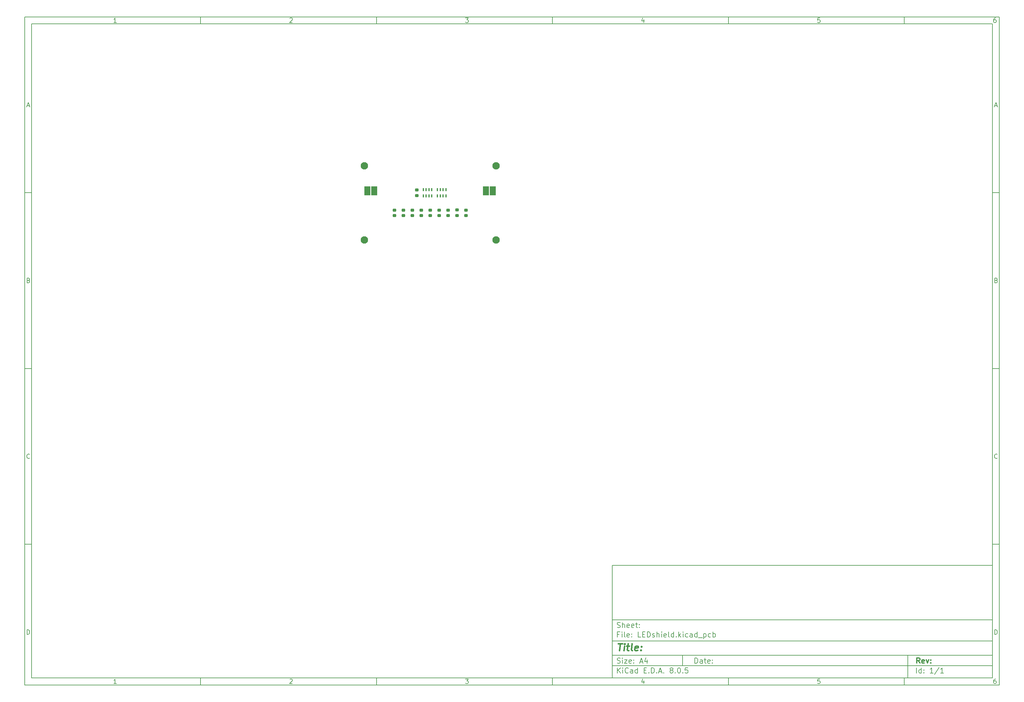
<source format=gbr>
%TF.GenerationSoftware,KiCad,Pcbnew,8.0.5*%
%TF.CreationDate,2024-11-03T22:21:08+08:00*%
%TF.ProjectId,LEDshield,4c454473-6869-4656-9c64-2e6b69636164,rev?*%
%TF.SameCoordinates,Original*%
%TF.FileFunction,Soldermask,Top*%
%TF.FilePolarity,Negative*%
%FSLAX46Y46*%
G04 Gerber Fmt 4.6, Leading zero omitted, Abs format (unit mm)*
G04 Created by KiCad (PCBNEW 8.0.5) date 2024-11-03 22:21:08*
%MOMM*%
%LPD*%
G01*
G04 APERTURE LIST*
G04 Aperture macros list*
%AMRoundRect*
0 Rectangle with rounded corners*
0 $1 Rounding radius*
0 $2 $3 $4 $5 $6 $7 $8 $9 X,Y pos of 4 corners*
0 Add a 4 corners polygon primitive as box body*
4,1,4,$2,$3,$4,$5,$6,$7,$8,$9,$2,$3,0*
0 Add four circle primitives for the rounded corners*
1,1,$1+$1,$2,$3*
1,1,$1+$1,$4,$5*
1,1,$1+$1,$6,$7*
1,1,$1+$1,$8,$9*
0 Add four rect primitives between the rounded corners*
20,1,$1+$1,$2,$3,$4,$5,0*
20,1,$1+$1,$4,$5,$6,$7,0*
20,1,$1+$1,$6,$7,$8,$9,0*
20,1,$1+$1,$8,$9,$2,$3,0*%
G04 Aperture macros list end*
%ADD10C,0.100000*%
%ADD11C,0.150000*%
%ADD12C,0.300000*%
%ADD13C,0.400000*%
%ADD14RoundRect,0.218750X0.256250X-0.218750X0.256250X0.218750X-0.256250X0.218750X-0.256250X-0.218750X0*%
%ADD15R,0.400000X0.900000*%
%ADD16C,2.100000*%
%ADD17R,1.700000X2.600000*%
%ADD18RoundRect,0.218750X-0.256250X0.218750X-0.256250X-0.218750X0.256250X-0.218750X0.256250X0.218750X0*%
G04 APERTURE END LIST*
D10*
D11*
X177002200Y-166007200D02*
X285002200Y-166007200D01*
X285002200Y-198007200D01*
X177002200Y-198007200D01*
X177002200Y-166007200D01*
D10*
D11*
X10000000Y-10000000D02*
X287002200Y-10000000D01*
X287002200Y-200007200D01*
X10000000Y-200007200D01*
X10000000Y-10000000D01*
D10*
D11*
X12000000Y-12000000D02*
X285002200Y-12000000D01*
X285002200Y-198007200D01*
X12000000Y-198007200D01*
X12000000Y-12000000D01*
D10*
D11*
X60000000Y-12000000D02*
X60000000Y-10000000D01*
D10*
D11*
X110000000Y-12000000D02*
X110000000Y-10000000D01*
D10*
D11*
X160000000Y-12000000D02*
X160000000Y-10000000D01*
D10*
D11*
X210000000Y-12000000D02*
X210000000Y-10000000D01*
D10*
D11*
X260000000Y-12000000D02*
X260000000Y-10000000D01*
D10*
D11*
X36089160Y-11593604D02*
X35346303Y-11593604D01*
X35717731Y-11593604D02*
X35717731Y-10293604D01*
X35717731Y-10293604D02*
X35593922Y-10479319D01*
X35593922Y-10479319D02*
X35470112Y-10603128D01*
X35470112Y-10603128D02*
X35346303Y-10665033D01*
D10*
D11*
X85346303Y-10417414D02*
X85408207Y-10355509D01*
X85408207Y-10355509D02*
X85532017Y-10293604D01*
X85532017Y-10293604D02*
X85841541Y-10293604D01*
X85841541Y-10293604D02*
X85965350Y-10355509D01*
X85965350Y-10355509D02*
X86027255Y-10417414D01*
X86027255Y-10417414D02*
X86089160Y-10541223D01*
X86089160Y-10541223D02*
X86089160Y-10665033D01*
X86089160Y-10665033D02*
X86027255Y-10850747D01*
X86027255Y-10850747D02*
X85284398Y-11593604D01*
X85284398Y-11593604D02*
X86089160Y-11593604D01*
D10*
D11*
X135284398Y-10293604D02*
X136089160Y-10293604D01*
X136089160Y-10293604D02*
X135655826Y-10788842D01*
X135655826Y-10788842D02*
X135841541Y-10788842D01*
X135841541Y-10788842D02*
X135965350Y-10850747D01*
X135965350Y-10850747D02*
X136027255Y-10912652D01*
X136027255Y-10912652D02*
X136089160Y-11036461D01*
X136089160Y-11036461D02*
X136089160Y-11345985D01*
X136089160Y-11345985D02*
X136027255Y-11469795D01*
X136027255Y-11469795D02*
X135965350Y-11531700D01*
X135965350Y-11531700D02*
X135841541Y-11593604D01*
X135841541Y-11593604D02*
X135470112Y-11593604D01*
X135470112Y-11593604D02*
X135346303Y-11531700D01*
X135346303Y-11531700D02*
X135284398Y-11469795D01*
D10*
D11*
X185965350Y-10726938D02*
X185965350Y-11593604D01*
X185655826Y-10231700D02*
X185346303Y-11160271D01*
X185346303Y-11160271D02*
X186151064Y-11160271D01*
D10*
D11*
X236027255Y-10293604D02*
X235408207Y-10293604D01*
X235408207Y-10293604D02*
X235346303Y-10912652D01*
X235346303Y-10912652D02*
X235408207Y-10850747D01*
X235408207Y-10850747D02*
X235532017Y-10788842D01*
X235532017Y-10788842D02*
X235841541Y-10788842D01*
X235841541Y-10788842D02*
X235965350Y-10850747D01*
X235965350Y-10850747D02*
X236027255Y-10912652D01*
X236027255Y-10912652D02*
X236089160Y-11036461D01*
X236089160Y-11036461D02*
X236089160Y-11345985D01*
X236089160Y-11345985D02*
X236027255Y-11469795D01*
X236027255Y-11469795D02*
X235965350Y-11531700D01*
X235965350Y-11531700D02*
X235841541Y-11593604D01*
X235841541Y-11593604D02*
X235532017Y-11593604D01*
X235532017Y-11593604D02*
X235408207Y-11531700D01*
X235408207Y-11531700D02*
X235346303Y-11469795D01*
D10*
D11*
X285965350Y-10293604D02*
X285717731Y-10293604D01*
X285717731Y-10293604D02*
X285593922Y-10355509D01*
X285593922Y-10355509D02*
X285532017Y-10417414D01*
X285532017Y-10417414D02*
X285408207Y-10603128D01*
X285408207Y-10603128D02*
X285346303Y-10850747D01*
X285346303Y-10850747D02*
X285346303Y-11345985D01*
X285346303Y-11345985D02*
X285408207Y-11469795D01*
X285408207Y-11469795D02*
X285470112Y-11531700D01*
X285470112Y-11531700D02*
X285593922Y-11593604D01*
X285593922Y-11593604D02*
X285841541Y-11593604D01*
X285841541Y-11593604D02*
X285965350Y-11531700D01*
X285965350Y-11531700D02*
X286027255Y-11469795D01*
X286027255Y-11469795D02*
X286089160Y-11345985D01*
X286089160Y-11345985D02*
X286089160Y-11036461D01*
X286089160Y-11036461D02*
X286027255Y-10912652D01*
X286027255Y-10912652D02*
X285965350Y-10850747D01*
X285965350Y-10850747D02*
X285841541Y-10788842D01*
X285841541Y-10788842D02*
X285593922Y-10788842D01*
X285593922Y-10788842D02*
X285470112Y-10850747D01*
X285470112Y-10850747D02*
X285408207Y-10912652D01*
X285408207Y-10912652D02*
X285346303Y-11036461D01*
D10*
D11*
X60000000Y-198007200D02*
X60000000Y-200007200D01*
D10*
D11*
X110000000Y-198007200D02*
X110000000Y-200007200D01*
D10*
D11*
X160000000Y-198007200D02*
X160000000Y-200007200D01*
D10*
D11*
X210000000Y-198007200D02*
X210000000Y-200007200D01*
D10*
D11*
X260000000Y-198007200D02*
X260000000Y-200007200D01*
D10*
D11*
X36089160Y-199600804D02*
X35346303Y-199600804D01*
X35717731Y-199600804D02*
X35717731Y-198300804D01*
X35717731Y-198300804D02*
X35593922Y-198486519D01*
X35593922Y-198486519D02*
X35470112Y-198610328D01*
X35470112Y-198610328D02*
X35346303Y-198672233D01*
D10*
D11*
X85346303Y-198424614D02*
X85408207Y-198362709D01*
X85408207Y-198362709D02*
X85532017Y-198300804D01*
X85532017Y-198300804D02*
X85841541Y-198300804D01*
X85841541Y-198300804D02*
X85965350Y-198362709D01*
X85965350Y-198362709D02*
X86027255Y-198424614D01*
X86027255Y-198424614D02*
X86089160Y-198548423D01*
X86089160Y-198548423D02*
X86089160Y-198672233D01*
X86089160Y-198672233D02*
X86027255Y-198857947D01*
X86027255Y-198857947D02*
X85284398Y-199600804D01*
X85284398Y-199600804D02*
X86089160Y-199600804D01*
D10*
D11*
X135284398Y-198300804D02*
X136089160Y-198300804D01*
X136089160Y-198300804D02*
X135655826Y-198796042D01*
X135655826Y-198796042D02*
X135841541Y-198796042D01*
X135841541Y-198796042D02*
X135965350Y-198857947D01*
X135965350Y-198857947D02*
X136027255Y-198919852D01*
X136027255Y-198919852D02*
X136089160Y-199043661D01*
X136089160Y-199043661D02*
X136089160Y-199353185D01*
X136089160Y-199353185D02*
X136027255Y-199476995D01*
X136027255Y-199476995D02*
X135965350Y-199538900D01*
X135965350Y-199538900D02*
X135841541Y-199600804D01*
X135841541Y-199600804D02*
X135470112Y-199600804D01*
X135470112Y-199600804D02*
X135346303Y-199538900D01*
X135346303Y-199538900D02*
X135284398Y-199476995D01*
D10*
D11*
X185965350Y-198734138D02*
X185965350Y-199600804D01*
X185655826Y-198238900D02*
X185346303Y-199167471D01*
X185346303Y-199167471D02*
X186151064Y-199167471D01*
D10*
D11*
X236027255Y-198300804D02*
X235408207Y-198300804D01*
X235408207Y-198300804D02*
X235346303Y-198919852D01*
X235346303Y-198919852D02*
X235408207Y-198857947D01*
X235408207Y-198857947D02*
X235532017Y-198796042D01*
X235532017Y-198796042D02*
X235841541Y-198796042D01*
X235841541Y-198796042D02*
X235965350Y-198857947D01*
X235965350Y-198857947D02*
X236027255Y-198919852D01*
X236027255Y-198919852D02*
X236089160Y-199043661D01*
X236089160Y-199043661D02*
X236089160Y-199353185D01*
X236089160Y-199353185D02*
X236027255Y-199476995D01*
X236027255Y-199476995D02*
X235965350Y-199538900D01*
X235965350Y-199538900D02*
X235841541Y-199600804D01*
X235841541Y-199600804D02*
X235532017Y-199600804D01*
X235532017Y-199600804D02*
X235408207Y-199538900D01*
X235408207Y-199538900D02*
X235346303Y-199476995D01*
D10*
D11*
X285965350Y-198300804D02*
X285717731Y-198300804D01*
X285717731Y-198300804D02*
X285593922Y-198362709D01*
X285593922Y-198362709D02*
X285532017Y-198424614D01*
X285532017Y-198424614D02*
X285408207Y-198610328D01*
X285408207Y-198610328D02*
X285346303Y-198857947D01*
X285346303Y-198857947D02*
X285346303Y-199353185D01*
X285346303Y-199353185D02*
X285408207Y-199476995D01*
X285408207Y-199476995D02*
X285470112Y-199538900D01*
X285470112Y-199538900D02*
X285593922Y-199600804D01*
X285593922Y-199600804D02*
X285841541Y-199600804D01*
X285841541Y-199600804D02*
X285965350Y-199538900D01*
X285965350Y-199538900D02*
X286027255Y-199476995D01*
X286027255Y-199476995D02*
X286089160Y-199353185D01*
X286089160Y-199353185D02*
X286089160Y-199043661D01*
X286089160Y-199043661D02*
X286027255Y-198919852D01*
X286027255Y-198919852D02*
X285965350Y-198857947D01*
X285965350Y-198857947D02*
X285841541Y-198796042D01*
X285841541Y-198796042D02*
X285593922Y-198796042D01*
X285593922Y-198796042D02*
X285470112Y-198857947D01*
X285470112Y-198857947D02*
X285408207Y-198919852D01*
X285408207Y-198919852D02*
X285346303Y-199043661D01*
D10*
D11*
X10000000Y-60000000D02*
X12000000Y-60000000D01*
D10*
D11*
X10000000Y-110000000D02*
X12000000Y-110000000D01*
D10*
D11*
X10000000Y-160000000D02*
X12000000Y-160000000D01*
D10*
D11*
X10690476Y-35222176D02*
X11309523Y-35222176D01*
X10566666Y-35593604D02*
X10999999Y-34293604D01*
X10999999Y-34293604D02*
X11433333Y-35593604D01*
D10*
D11*
X11092857Y-84912652D02*
X11278571Y-84974557D01*
X11278571Y-84974557D02*
X11340476Y-85036461D01*
X11340476Y-85036461D02*
X11402380Y-85160271D01*
X11402380Y-85160271D02*
X11402380Y-85345985D01*
X11402380Y-85345985D02*
X11340476Y-85469795D01*
X11340476Y-85469795D02*
X11278571Y-85531700D01*
X11278571Y-85531700D02*
X11154761Y-85593604D01*
X11154761Y-85593604D02*
X10659523Y-85593604D01*
X10659523Y-85593604D02*
X10659523Y-84293604D01*
X10659523Y-84293604D02*
X11092857Y-84293604D01*
X11092857Y-84293604D02*
X11216666Y-84355509D01*
X11216666Y-84355509D02*
X11278571Y-84417414D01*
X11278571Y-84417414D02*
X11340476Y-84541223D01*
X11340476Y-84541223D02*
X11340476Y-84665033D01*
X11340476Y-84665033D02*
X11278571Y-84788842D01*
X11278571Y-84788842D02*
X11216666Y-84850747D01*
X11216666Y-84850747D02*
X11092857Y-84912652D01*
X11092857Y-84912652D02*
X10659523Y-84912652D01*
D10*
D11*
X11402380Y-135469795D02*
X11340476Y-135531700D01*
X11340476Y-135531700D02*
X11154761Y-135593604D01*
X11154761Y-135593604D02*
X11030952Y-135593604D01*
X11030952Y-135593604D02*
X10845238Y-135531700D01*
X10845238Y-135531700D02*
X10721428Y-135407890D01*
X10721428Y-135407890D02*
X10659523Y-135284080D01*
X10659523Y-135284080D02*
X10597619Y-135036461D01*
X10597619Y-135036461D02*
X10597619Y-134850747D01*
X10597619Y-134850747D02*
X10659523Y-134603128D01*
X10659523Y-134603128D02*
X10721428Y-134479319D01*
X10721428Y-134479319D02*
X10845238Y-134355509D01*
X10845238Y-134355509D02*
X11030952Y-134293604D01*
X11030952Y-134293604D02*
X11154761Y-134293604D01*
X11154761Y-134293604D02*
X11340476Y-134355509D01*
X11340476Y-134355509D02*
X11402380Y-134417414D01*
D10*
D11*
X10659523Y-185593604D02*
X10659523Y-184293604D01*
X10659523Y-184293604D02*
X10969047Y-184293604D01*
X10969047Y-184293604D02*
X11154761Y-184355509D01*
X11154761Y-184355509D02*
X11278571Y-184479319D01*
X11278571Y-184479319D02*
X11340476Y-184603128D01*
X11340476Y-184603128D02*
X11402380Y-184850747D01*
X11402380Y-184850747D02*
X11402380Y-185036461D01*
X11402380Y-185036461D02*
X11340476Y-185284080D01*
X11340476Y-185284080D02*
X11278571Y-185407890D01*
X11278571Y-185407890D02*
X11154761Y-185531700D01*
X11154761Y-185531700D02*
X10969047Y-185593604D01*
X10969047Y-185593604D02*
X10659523Y-185593604D01*
D10*
D11*
X287002200Y-60000000D02*
X285002200Y-60000000D01*
D10*
D11*
X287002200Y-110000000D02*
X285002200Y-110000000D01*
D10*
D11*
X287002200Y-160000000D02*
X285002200Y-160000000D01*
D10*
D11*
X285692676Y-35222176D02*
X286311723Y-35222176D01*
X285568866Y-35593604D02*
X286002199Y-34293604D01*
X286002199Y-34293604D02*
X286435533Y-35593604D01*
D10*
D11*
X286095057Y-84912652D02*
X286280771Y-84974557D01*
X286280771Y-84974557D02*
X286342676Y-85036461D01*
X286342676Y-85036461D02*
X286404580Y-85160271D01*
X286404580Y-85160271D02*
X286404580Y-85345985D01*
X286404580Y-85345985D02*
X286342676Y-85469795D01*
X286342676Y-85469795D02*
X286280771Y-85531700D01*
X286280771Y-85531700D02*
X286156961Y-85593604D01*
X286156961Y-85593604D02*
X285661723Y-85593604D01*
X285661723Y-85593604D02*
X285661723Y-84293604D01*
X285661723Y-84293604D02*
X286095057Y-84293604D01*
X286095057Y-84293604D02*
X286218866Y-84355509D01*
X286218866Y-84355509D02*
X286280771Y-84417414D01*
X286280771Y-84417414D02*
X286342676Y-84541223D01*
X286342676Y-84541223D02*
X286342676Y-84665033D01*
X286342676Y-84665033D02*
X286280771Y-84788842D01*
X286280771Y-84788842D02*
X286218866Y-84850747D01*
X286218866Y-84850747D02*
X286095057Y-84912652D01*
X286095057Y-84912652D02*
X285661723Y-84912652D01*
D10*
D11*
X286404580Y-135469795D02*
X286342676Y-135531700D01*
X286342676Y-135531700D02*
X286156961Y-135593604D01*
X286156961Y-135593604D02*
X286033152Y-135593604D01*
X286033152Y-135593604D02*
X285847438Y-135531700D01*
X285847438Y-135531700D02*
X285723628Y-135407890D01*
X285723628Y-135407890D02*
X285661723Y-135284080D01*
X285661723Y-135284080D02*
X285599819Y-135036461D01*
X285599819Y-135036461D02*
X285599819Y-134850747D01*
X285599819Y-134850747D02*
X285661723Y-134603128D01*
X285661723Y-134603128D02*
X285723628Y-134479319D01*
X285723628Y-134479319D02*
X285847438Y-134355509D01*
X285847438Y-134355509D02*
X286033152Y-134293604D01*
X286033152Y-134293604D02*
X286156961Y-134293604D01*
X286156961Y-134293604D02*
X286342676Y-134355509D01*
X286342676Y-134355509D02*
X286404580Y-134417414D01*
D10*
D11*
X285661723Y-185593604D02*
X285661723Y-184293604D01*
X285661723Y-184293604D02*
X285971247Y-184293604D01*
X285971247Y-184293604D02*
X286156961Y-184355509D01*
X286156961Y-184355509D02*
X286280771Y-184479319D01*
X286280771Y-184479319D02*
X286342676Y-184603128D01*
X286342676Y-184603128D02*
X286404580Y-184850747D01*
X286404580Y-184850747D02*
X286404580Y-185036461D01*
X286404580Y-185036461D02*
X286342676Y-185284080D01*
X286342676Y-185284080D02*
X286280771Y-185407890D01*
X286280771Y-185407890D02*
X286156961Y-185531700D01*
X286156961Y-185531700D02*
X285971247Y-185593604D01*
X285971247Y-185593604D02*
X285661723Y-185593604D01*
D10*
D11*
X200458026Y-193793328D02*
X200458026Y-192293328D01*
X200458026Y-192293328D02*
X200815169Y-192293328D01*
X200815169Y-192293328D02*
X201029455Y-192364757D01*
X201029455Y-192364757D02*
X201172312Y-192507614D01*
X201172312Y-192507614D02*
X201243741Y-192650471D01*
X201243741Y-192650471D02*
X201315169Y-192936185D01*
X201315169Y-192936185D02*
X201315169Y-193150471D01*
X201315169Y-193150471D02*
X201243741Y-193436185D01*
X201243741Y-193436185D02*
X201172312Y-193579042D01*
X201172312Y-193579042D02*
X201029455Y-193721900D01*
X201029455Y-193721900D02*
X200815169Y-193793328D01*
X200815169Y-193793328D02*
X200458026Y-193793328D01*
X202600884Y-193793328D02*
X202600884Y-193007614D01*
X202600884Y-193007614D02*
X202529455Y-192864757D01*
X202529455Y-192864757D02*
X202386598Y-192793328D01*
X202386598Y-192793328D02*
X202100884Y-192793328D01*
X202100884Y-192793328D02*
X201958026Y-192864757D01*
X202600884Y-193721900D02*
X202458026Y-193793328D01*
X202458026Y-193793328D02*
X202100884Y-193793328D01*
X202100884Y-193793328D02*
X201958026Y-193721900D01*
X201958026Y-193721900D02*
X201886598Y-193579042D01*
X201886598Y-193579042D02*
X201886598Y-193436185D01*
X201886598Y-193436185D02*
X201958026Y-193293328D01*
X201958026Y-193293328D02*
X202100884Y-193221900D01*
X202100884Y-193221900D02*
X202458026Y-193221900D01*
X202458026Y-193221900D02*
X202600884Y-193150471D01*
X203100884Y-192793328D02*
X203672312Y-192793328D01*
X203315169Y-192293328D02*
X203315169Y-193579042D01*
X203315169Y-193579042D02*
X203386598Y-193721900D01*
X203386598Y-193721900D02*
X203529455Y-193793328D01*
X203529455Y-193793328D02*
X203672312Y-193793328D01*
X204743741Y-193721900D02*
X204600884Y-193793328D01*
X204600884Y-193793328D02*
X204315170Y-193793328D01*
X204315170Y-193793328D02*
X204172312Y-193721900D01*
X204172312Y-193721900D02*
X204100884Y-193579042D01*
X204100884Y-193579042D02*
X204100884Y-193007614D01*
X204100884Y-193007614D02*
X204172312Y-192864757D01*
X204172312Y-192864757D02*
X204315170Y-192793328D01*
X204315170Y-192793328D02*
X204600884Y-192793328D01*
X204600884Y-192793328D02*
X204743741Y-192864757D01*
X204743741Y-192864757D02*
X204815170Y-193007614D01*
X204815170Y-193007614D02*
X204815170Y-193150471D01*
X204815170Y-193150471D02*
X204100884Y-193293328D01*
X205458026Y-193650471D02*
X205529455Y-193721900D01*
X205529455Y-193721900D02*
X205458026Y-193793328D01*
X205458026Y-193793328D02*
X205386598Y-193721900D01*
X205386598Y-193721900D02*
X205458026Y-193650471D01*
X205458026Y-193650471D02*
X205458026Y-193793328D01*
X205458026Y-192864757D02*
X205529455Y-192936185D01*
X205529455Y-192936185D02*
X205458026Y-193007614D01*
X205458026Y-193007614D02*
X205386598Y-192936185D01*
X205386598Y-192936185D02*
X205458026Y-192864757D01*
X205458026Y-192864757D02*
X205458026Y-193007614D01*
D10*
D11*
X177002200Y-194507200D02*
X285002200Y-194507200D01*
D10*
D11*
X178458026Y-196593328D02*
X178458026Y-195093328D01*
X179315169Y-196593328D02*
X178672312Y-195736185D01*
X179315169Y-195093328D02*
X178458026Y-195950471D01*
X179958026Y-196593328D02*
X179958026Y-195593328D01*
X179958026Y-195093328D02*
X179886598Y-195164757D01*
X179886598Y-195164757D02*
X179958026Y-195236185D01*
X179958026Y-195236185D02*
X180029455Y-195164757D01*
X180029455Y-195164757D02*
X179958026Y-195093328D01*
X179958026Y-195093328D02*
X179958026Y-195236185D01*
X181529455Y-196450471D02*
X181458027Y-196521900D01*
X181458027Y-196521900D02*
X181243741Y-196593328D01*
X181243741Y-196593328D02*
X181100884Y-196593328D01*
X181100884Y-196593328D02*
X180886598Y-196521900D01*
X180886598Y-196521900D02*
X180743741Y-196379042D01*
X180743741Y-196379042D02*
X180672312Y-196236185D01*
X180672312Y-196236185D02*
X180600884Y-195950471D01*
X180600884Y-195950471D02*
X180600884Y-195736185D01*
X180600884Y-195736185D02*
X180672312Y-195450471D01*
X180672312Y-195450471D02*
X180743741Y-195307614D01*
X180743741Y-195307614D02*
X180886598Y-195164757D01*
X180886598Y-195164757D02*
X181100884Y-195093328D01*
X181100884Y-195093328D02*
X181243741Y-195093328D01*
X181243741Y-195093328D02*
X181458027Y-195164757D01*
X181458027Y-195164757D02*
X181529455Y-195236185D01*
X182815170Y-196593328D02*
X182815170Y-195807614D01*
X182815170Y-195807614D02*
X182743741Y-195664757D01*
X182743741Y-195664757D02*
X182600884Y-195593328D01*
X182600884Y-195593328D02*
X182315170Y-195593328D01*
X182315170Y-195593328D02*
X182172312Y-195664757D01*
X182815170Y-196521900D02*
X182672312Y-196593328D01*
X182672312Y-196593328D02*
X182315170Y-196593328D01*
X182315170Y-196593328D02*
X182172312Y-196521900D01*
X182172312Y-196521900D02*
X182100884Y-196379042D01*
X182100884Y-196379042D02*
X182100884Y-196236185D01*
X182100884Y-196236185D02*
X182172312Y-196093328D01*
X182172312Y-196093328D02*
X182315170Y-196021900D01*
X182315170Y-196021900D02*
X182672312Y-196021900D01*
X182672312Y-196021900D02*
X182815170Y-195950471D01*
X184172313Y-196593328D02*
X184172313Y-195093328D01*
X184172313Y-196521900D02*
X184029455Y-196593328D01*
X184029455Y-196593328D02*
X183743741Y-196593328D01*
X183743741Y-196593328D02*
X183600884Y-196521900D01*
X183600884Y-196521900D02*
X183529455Y-196450471D01*
X183529455Y-196450471D02*
X183458027Y-196307614D01*
X183458027Y-196307614D02*
X183458027Y-195879042D01*
X183458027Y-195879042D02*
X183529455Y-195736185D01*
X183529455Y-195736185D02*
X183600884Y-195664757D01*
X183600884Y-195664757D02*
X183743741Y-195593328D01*
X183743741Y-195593328D02*
X184029455Y-195593328D01*
X184029455Y-195593328D02*
X184172313Y-195664757D01*
X186029455Y-195807614D02*
X186529455Y-195807614D01*
X186743741Y-196593328D02*
X186029455Y-196593328D01*
X186029455Y-196593328D02*
X186029455Y-195093328D01*
X186029455Y-195093328D02*
X186743741Y-195093328D01*
X187386598Y-196450471D02*
X187458027Y-196521900D01*
X187458027Y-196521900D02*
X187386598Y-196593328D01*
X187386598Y-196593328D02*
X187315170Y-196521900D01*
X187315170Y-196521900D02*
X187386598Y-196450471D01*
X187386598Y-196450471D02*
X187386598Y-196593328D01*
X188100884Y-196593328D02*
X188100884Y-195093328D01*
X188100884Y-195093328D02*
X188458027Y-195093328D01*
X188458027Y-195093328D02*
X188672313Y-195164757D01*
X188672313Y-195164757D02*
X188815170Y-195307614D01*
X188815170Y-195307614D02*
X188886599Y-195450471D01*
X188886599Y-195450471D02*
X188958027Y-195736185D01*
X188958027Y-195736185D02*
X188958027Y-195950471D01*
X188958027Y-195950471D02*
X188886599Y-196236185D01*
X188886599Y-196236185D02*
X188815170Y-196379042D01*
X188815170Y-196379042D02*
X188672313Y-196521900D01*
X188672313Y-196521900D02*
X188458027Y-196593328D01*
X188458027Y-196593328D02*
X188100884Y-196593328D01*
X189600884Y-196450471D02*
X189672313Y-196521900D01*
X189672313Y-196521900D02*
X189600884Y-196593328D01*
X189600884Y-196593328D02*
X189529456Y-196521900D01*
X189529456Y-196521900D02*
X189600884Y-196450471D01*
X189600884Y-196450471D02*
X189600884Y-196593328D01*
X190243742Y-196164757D02*
X190958028Y-196164757D01*
X190100885Y-196593328D02*
X190600885Y-195093328D01*
X190600885Y-195093328D02*
X191100885Y-196593328D01*
X191600884Y-196450471D02*
X191672313Y-196521900D01*
X191672313Y-196521900D02*
X191600884Y-196593328D01*
X191600884Y-196593328D02*
X191529456Y-196521900D01*
X191529456Y-196521900D02*
X191600884Y-196450471D01*
X191600884Y-196450471D02*
X191600884Y-196593328D01*
X193672313Y-195736185D02*
X193529456Y-195664757D01*
X193529456Y-195664757D02*
X193458027Y-195593328D01*
X193458027Y-195593328D02*
X193386599Y-195450471D01*
X193386599Y-195450471D02*
X193386599Y-195379042D01*
X193386599Y-195379042D02*
X193458027Y-195236185D01*
X193458027Y-195236185D02*
X193529456Y-195164757D01*
X193529456Y-195164757D02*
X193672313Y-195093328D01*
X193672313Y-195093328D02*
X193958027Y-195093328D01*
X193958027Y-195093328D02*
X194100885Y-195164757D01*
X194100885Y-195164757D02*
X194172313Y-195236185D01*
X194172313Y-195236185D02*
X194243742Y-195379042D01*
X194243742Y-195379042D02*
X194243742Y-195450471D01*
X194243742Y-195450471D02*
X194172313Y-195593328D01*
X194172313Y-195593328D02*
X194100885Y-195664757D01*
X194100885Y-195664757D02*
X193958027Y-195736185D01*
X193958027Y-195736185D02*
X193672313Y-195736185D01*
X193672313Y-195736185D02*
X193529456Y-195807614D01*
X193529456Y-195807614D02*
X193458027Y-195879042D01*
X193458027Y-195879042D02*
X193386599Y-196021900D01*
X193386599Y-196021900D02*
X193386599Y-196307614D01*
X193386599Y-196307614D02*
X193458027Y-196450471D01*
X193458027Y-196450471D02*
X193529456Y-196521900D01*
X193529456Y-196521900D02*
X193672313Y-196593328D01*
X193672313Y-196593328D02*
X193958027Y-196593328D01*
X193958027Y-196593328D02*
X194100885Y-196521900D01*
X194100885Y-196521900D02*
X194172313Y-196450471D01*
X194172313Y-196450471D02*
X194243742Y-196307614D01*
X194243742Y-196307614D02*
X194243742Y-196021900D01*
X194243742Y-196021900D02*
X194172313Y-195879042D01*
X194172313Y-195879042D02*
X194100885Y-195807614D01*
X194100885Y-195807614D02*
X193958027Y-195736185D01*
X194886598Y-196450471D02*
X194958027Y-196521900D01*
X194958027Y-196521900D02*
X194886598Y-196593328D01*
X194886598Y-196593328D02*
X194815170Y-196521900D01*
X194815170Y-196521900D02*
X194886598Y-196450471D01*
X194886598Y-196450471D02*
X194886598Y-196593328D01*
X195886599Y-195093328D02*
X196029456Y-195093328D01*
X196029456Y-195093328D02*
X196172313Y-195164757D01*
X196172313Y-195164757D02*
X196243742Y-195236185D01*
X196243742Y-195236185D02*
X196315170Y-195379042D01*
X196315170Y-195379042D02*
X196386599Y-195664757D01*
X196386599Y-195664757D02*
X196386599Y-196021900D01*
X196386599Y-196021900D02*
X196315170Y-196307614D01*
X196315170Y-196307614D02*
X196243742Y-196450471D01*
X196243742Y-196450471D02*
X196172313Y-196521900D01*
X196172313Y-196521900D02*
X196029456Y-196593328D01*
X196029456Y-196593328D02*
X195886599Y-196593328D01*
X195886599Y-196593328D02*
X195743742Y-196521900D01*
X195743742Y-196521900D02*
X195672313Y-196450471D01*
X195672313Y-196450471D02*
X195600884Y-196307614D01*
X195600884Y-196307614D02*
X195529456Y-196021900D01*
X195529456Y-196021900D02*
X195529456Y-195664757D01*
X195529456Y-195664757D02*
X195600884Y-195379042D01*
X195600884Y-195379042D02*
X195672313Y-195236185D01*
X195672313Y-195236185D02*
X195743742Y-195164757D01*
X195743742Y-195164757D02*
X195886599Y-195093328D01*
X197029455Y-196450471D02*
X197100884Y-196521900D01*
X197100884Y-196521900D02*
X197029455Y-196593328D01*
X197029455Y-196593328D02*
X196958027Y-196521900D01*
X196958027Y-196521900D02*
X197029455Y-196450471D01*
X197029455Y-196450471D02*
X197029455Y-196593328D01*
X198458027Y-195093328D02*
X197743741Y-195093328D01*
X197743741Y-195093328D02*
X197672313Y-195807614D01*
X197672313Y-195807614D02*
X197743741Y-195736185D01*
X197743741Y-195736185D02*
X197886599Y-195664757D01*
X197886599Y-195664757D02*
X198243741Y-195664757D01*
X198243741Y-195664757D02*
X198386599Y-195736185D01*
X198386599Y-195736185D02*
X198458027Y-195807614D01*
X198458027Y-195807614D02*
X198529456Y-195950471D01*
X198529456Y-195950471D02*
X198529456Y-196307614D01*
X198529456Y-196307614D02*
X198458027Y-196450471D01*
X198458027Y-196450471D02*
X198386599Y-196521900D01*
X198386599Y-196521900D02*
X198243741Y-196593328D01*
X198243741Y-196593328D02*
X197886599Y-196593328D01*
X197886599Y-196593328D02*
X197743741Y-196521900D01*
X197743741Y-196521900D02*
X197672313Y-196450471D01*
D10*
D11*
X177002200Y-191507200D02*
X285002200Y-191507200D01*
D10*
D12*
X264413853Y-193785528D02*
X263913853Y-193071242D01*
X263556710Y-193785528D02*
X263556710Y-192285528D01*
X263556710Y-192285528D02*
X264128139Y-192285528D01*
X264128139Y-192285528D02*
X264270996Y-192356957D01*
X264270996Y-192356957D02*
X264342425Y-192428385D01*
X264342425Y-192428385D02*
X264413853Y-192571242D01*
X264413853Y-192571242D02*
X264413853Y-192785528D01*
X264413853Y-192785528D02*
X264342425Y-192928385D01*
X264342425Y-192928385D02*
X264270996Y-192999814D01*
X264270996Y-192999814D02*
X264128139Y-193071242D01*
X264128139Y-193071242D02*
X263556710Y-193071242D01*
X265628139Y-193714100D02*
X265485282Y-193785528D01*
X265485282Y-193785528D02*
X265199568Y-193785528D01*
X265199568Y-193785528D02*
X265056710Y-193714100D01*
X265056710Y-193714100D02*
X264985282Y-193571242D01*
X264985282Y-193571242D02*
X264985282Y-192999814D01*
X264985282Y-192999814D02*
X265056710Y-192856957D01*
X265056710Y-192856957D02*
X265199568Y-192785528D01*
X265199568Y-192785528D02*
X265485282Y-192785528D01*
X265485282Y-192785528D02*
X265628139Y-192856957D01*
X265628139Y-192856957D02*
X265699568Y-192999814D01*
X265699568Y-192999814D02*
X265699568Y-193142671D01*
X265699568Y-193142671D02*
X264985282Y-193285528D01*
X266199567Y-192785528D02*
X266556710Y-193785528D01*
X266556710Y-193785528D02*
X266913853Y-192785528D01*
X267485281Y-193642671D02*
X267556710Y-193714100D01*
X267556710Y-193714100D02*
X267485281Y-193785528D01*
X267485281Y-193785528D02*
X267413853Y-193714100D01*
X267413853Y-193714100D02*
X267485281Y-193642671D01*
X267485281Y-193642671D02*
X267485281Y-193785528D01*
X267485281Y-192856957D02*
X267556710Y-192928385D01*
X267556710Y-192928385D02*
X267485281Y-192999814D01*
X267485281Y-192999814D02*
X267413853Y-192928385D01*
X267413853Y-192928385D02*
X267485281Y-192856957D01*
X267485281Y-192856957D02*
X267485281Y-192999814D01*
D10*
D11*
X178386598Y-193721900D02*
X178600884Y-193793328D01*
X178600884Y-193793328D02*
X178958026Y-193793328D01*
X178958026Y-193793328D02*
X179100884Y-193721900D01*
X179100884Y-193721900D02*
X179172312Y-193650471D01*
X179172312Y-193650471D02*
X179243741Y-193507614D01*
X179243741Y-193507614D02*
X179243741Y-193364757D01*
X179243741Y-193364757D02*
X179172312Y-193221900D01*
X179172312Y-193221900D02*
X179100884Y-193150471D01*
X179100884Y-193150471D02*
X178958026Y-193079042D01*
X178958026Y-193079042D02*
X178672312Y-193007614D01*
X178672312Y-193007614D02*
X178529455Y-192936185D01*
X178529455Y-192936185D02*
X178458026Y-192864757D01*
X178458026Y-192864757D02*
X178386598Y-192721900D01*
X178386598Y-192721900D02*
X178386598Y-192579042D01*
X178386598Y-192579042D02*
X178458026Y-192436185D01*
X178458026Y-192436185D02*
X178529455Y-192364757D01*
X178529455Y-192364757D02*
X178672312Y-192293328D01*
X178672312Y-192293328D02*
X179029455Y-192293328D01*
X179029455Y-192293328D02*
X179243741Y-192364757D01*
X179886597Y-193793328D02*
X179886597Y-192793328D01*
X179886597Y-192293328D02*
X179815169Y-192364757D01*
X179815169Y-192364757D02*
X179886597Y-192436185D01*
X179886597Y-192436185D02*
X179958026Y-192364757D01*
X179958026Y-192364757D02*
X179886597Y-192293328D01*
X179886597Y-192293328D02*
X179886597Y-192436185D01*
X180458026Y-192793328D02*
X181243741Y-192793328D01*
X181243741Y-192793328D02*
X180458026Y-193793328D01*
X180458026Y-193793328D02*
X181243741Y-193793328D01*
X182386598Y-193721900D02*
X182243741Y-193793328D01*
X182243741Y-193793328D02*
X181958027Y-193793328D01*
X181958027Y-193793328D02*
X181815169Y-193721900D01*
X181815169Y-193721900D02*
X181743741Y-193579042D01*
X181743741Y-193579042D02*
X181743741Y-193007614D01*
X181743741Y-193007614D02*
X181815169Y-192864757D01*
X181815169Y-192864757D02*
X181958027Y-192793328D01*
X181958027Y-192793328D02*
X182243741Y-192793328D01*
X182243741Y-192793328D02*
X182386598Y-192864757D01*
X182386598Y-192864757D02*
X182458027Y-193007614D01*
X182458027Y-193007614D02*
X182458027Y-193150471D01*
X182458027Y-193150471D02*
X181743741Y-193293328D01*
X183100883Y-193650471D02*
X183172312Y-193721900D01*
X183172312Y-193721900D02*
X183100883Y-193793328D01*
X183100883Y-193793328D02*
X183029455Y-193721900D01*
X183029455Y-193721900D02*
X183100883Y-193650471D01*
X183100883Y-193650471D02*
X183100883Y-193793328D01*
X183100883Y-192864757D02*
X183172312Y-192936185D01*
X183172312Y-192936185D02*
X183100883Y-193007614D01*
X183100883Y-193007614D02*
X183029455Y-192936185D01*
X183029455Y-192936185D02*
X183100883Y-192864757D01*
X183100883Y-192864757D02*
X183100883Y-193007614D01*
X184886598Y-193364757D02*
X185600884Y-193364757D01*
X184743741Y-193793328D02*
X185243741Y-192293328D01*
X185243741Y-192293328D02*
X185743741Y-193793328D01*
X186886598Y-192793328D02*
X186886598Y-193793328D01*
X186529455Y-192221900D02*
X186172312Y-193293328D01*
X186172312Y-193293328D02*
X187100883Y-193293328D01*
D10*
D11*
X263458026Y-196593328D02*
X263458026Y-195093328D01*
X264815170Y-196593328D02*
X264815170Y-195093328D01*
X264815170Y-196521900D02*
X264672312Y-196593328D01*
X264672312Y-196593328D02*
X264386598Y-196593328D01*
X264386598Y-196593328D02*
X264243741Y-196521900D01*
X264243741Y-196521900D02*
X264172312Y-196450471D01*
X264172312Y-196450471D02*
X264100884Y-196307614D01*
X264100884Y-196307614D02*
X264100884Y-195879042D01*
X264100884Y-195879042D02*
X264172312Y-195736185D01*
X264172312Y-195736185D02*
X264243741Y-195664757D01*
X264243741Y-195664757D02*
X264386598Y-195593328D01*
X264386598Y-195593328D02*
X264672312Y-195593328D01*
X264672312Y-195593328D02*
X264815170Y-195664757D01*
X265529455Y-196450471D02*
X265600884Y-196521900D01*
X265600884Y-196521900D02*
X265529455Y-196593328D01*
X265529455Y-196593328D02*
X265458027Y-196521900D01*
X265458027Y-196521900D02*
X265529455Y-196450471D01*
X265529455Y-196450471D02*
X265529455Y-196593328D01*
X265529455Y-195664757D02*
X265600884Y-195736185D01*
X265600884Y-195736185D02*
X265529455Y-195807614D01*
X265529455Y-195807614D02*
X265458027Y-195736185D01*
X265458027Y-195736185D02*
X265529455Y-195664757D01*
X265529455Y-195664757D02*
X265529455Y-195807614D01*
X268172313Y-196593328D02*
X267315170Y-196593328D01*
X267743741Y-196593328D02*
X267743741Y-195093328D01*
X267743741Y-195093328D02*
X267600884Y-195307614D01*
X267600884Y-195307614D02*
X267458027Y-195450471D01*
X267458027Y-195450471D02*
X267315170Y-195521900D01*
X269886598Y-195021900D02*
X268600884Y-196950471D01*
X271172313Y-196593328D02*
X270315170Y-196593328D01*
X270743741Y-196593328D02*
X270743741Y-195093328D01*
X270743741Y-195093328D02*
X270600884Y-195307614D01*
X270600884Y-195307614D02*
X270458027Y-195450471D01*
X270458027Y-195450471D02*
X270315170Y-195521900D01*
D10*
D11*
X177002200Y-187507200D02*
X285002200Y-187507200D01*
D10*
D13*
X178693928Y-188211638D02*
X179836785Y-188211638D01*
X179015357Y-190211638D02*
X179265357Y-188211638D01*
X180253452Y-190211638D02*
X180420119Y-188878304D01*
X180503452Y-188211638D02*
X180396309Y-188306876D01*
X180396309Y-188306876D02*
X180479643Y-188402114D01*
X180479643Y-188402114D02*
X180586786Y-188306876D01*
X180586786Y-188306876D02*
X180503452Y-188211638D01*
X180503452Y-188211638D02*
X180479643Y-188402114D01*
X181086786Y-188878304D02*
X181848690Y-188878304D01*
X181455833Y-188211638D02*
X181241548Y-189925923D01*
X181241548Y-189925923D02*
X181312976Y-190116400D01*
X181312976Y-190116400D02*
X181491548Y-190211638D01*
X181491548Y-190211638D02*
X181682024Y-190211638D01*
X182634405Y-190211638D02*
X182455833Y-190116400D01*
X182455833Y-190116400D02*
X182384405Y-189925923D01*
X182384405Y-189925923D02*
X182598690Y-188211638D01*
X184170119Y-190116400D02*
X183967738Y-190211638D01*
X183967738Y-190211638D02*
X183586785Y-190211638D01*
X183586785Y-190211638D02*
X183408214Y-190116400D01*
X183408214Y-190116400D02*
X183336785Y-189925923D01*
X183336785Y-189925923D02*
X183432024Y-189164019D01*
X183432024Y-189164019D02*
X183551071Y-188973542D01*
X183551071Y-188973542D02*
X183753452Y-188878304D01*
X183753452Y-188878304D02*
X184134404Y-188878304D01*
X184134404Y-188878304D02*
X184312976Y-188973542D01*
X184312976Y-188973542D02*
X184384404Y-189164019D01*
X184384404Y-189164019D02*
X184360595Y-189354495D01*
X184360595Y-189354495D02*
X183384404Y-189544971D01*
X185134405Y-190021161D02*
X185217738Y-190116400D01*
X185217738Y-190116400D02*
X185110595Y-190211638D01*
X185110595Y-190211638D02*
X185027262Y-190116400D01*
X185027262Y-190116400D02*
X185134405Y-190021161D01*
X185134405Y-190021161D02*
X185110595Y-190211638D01*
X185265357Y-188973542D02*
X185348690Y-189068780D01*
X185348690Y-189068780D02*
X185241548Y-189164019D01*
X185241548Y-189164019D02*
X185158214Y-189068780D01*
X185158214Y-189068780D02*
X185265357Y-188973542D01*
X185265357Y-188973542D02*
X185241548Y-189164019D01*
D10*
D11*
X178958026Y-185607614D02*
X178458026Y-185607614D01*
X178458026Y-186393328D02*
X178458026Y-184893328D01*
X178458026Y-184893328D02*
X179172312Y-184893328D01*
X179743740Y-186393328D02*
X179743740Y-185393328D01*
X179743740Y-184893328D02*
X179672312Y-184964757D01*
X179672312Y-184964757D02*
X179743740Y-185036185D01*
X179743740Y-185036185D02*
X179815169Y-184964757D01*
X179815169Y-184964757D02*
X179743740Y-184893328D01*
X179743740Y-184893328D02*
X179743740Y-185036185D01*
X180672312Y-186393328D02*
X180529455Y-186321900D01*
X180529455Y-186321900D02*
X180458026Y-186179042D01*
X180458026Y-186179042D02*
X180458026Y-184893328D01*
X181815169Y-186321900D02*
X181672312Y-186393328D01*
X181672312Y-186393328D02*
X181386598Y-186393328D01*
X181386598Y-186393328D02*
X181243740Y-186321900D01*
X181243740Y-186321900D02*
X181172312Y-186179042D01*
X181172312Y-186179042D02*
X181172312Y-185607614D01*
X181172312Y-185607614D02*
X181243740Y-185464757D01*
X181243740Y-185464757D02*
X181386598Y-185393328D01*
X181386598Y-185393328D02*
X181672312Y-185393328D01*
X181672312Y-185393328D02*
X181815169Y-185464757D01*
X181815169Y-185464757D02*
X181886598Y-185607614D01*
X181886598Y-185607614D02*
X181886598Y-185750471D01*
X181886598Y-185750471D02*
X181172312Y-185893328D01*
X182529454Y-186250471D02*
X182600883Y-186321900D01*
X182600883Y-186321900D02*
X182529454Y-186393328D01*
X182529454Y-186393328D02*
X182458026Y-186321900D01*
X182458026Y-186321900D02*
X182529454Y-186250471D01*
X182529454Y-186250471D02*
X182529454Y-186393328D01*
X182529454Y-185464757D02*
X182600883Y-185536185D01*
X182600883Y-185536185D02*
X182529454Y-185607614D01*
X182529454Y-185607614D02*
X182458026Y-185536185D01*
X182458026Y-185536185D02*
X182529454Y-185464757D01*
X182529454Y-185464757D02*
X182529454Y-185607614D01*
X185100883Y-186393328D02*
X184386597Y-186393328D01*
X184386597Y-186393328D02*
X184386597Y-184893328D01*
X185600883Y-185607614D02*
X186100883Y-185607614D01*
X186315169Y-186393328D02*
X185600883Y-186393328D01*
X185600883Y-186393328D02*
X185600883Y-184893328D01*
X185600883Y-184893328D02*
X186315169Y-184893328D01*
X186958026Y-186393328D02*
X186958026Y-184893328D01*
X186958026Y-184893328D02*
X187315169Y-184893328D01*
X187315169Y-184893328D02*
X187529455Y-184964757D01*
X187529455Y-184964757D02*
X187672312Y-185107614D01*
X187672312Y-185107614D02*
X187743741Y-185250471D01*
X187743741Y-185250471D02*
X187815169Y-185536185D01*
X187815169Y-185536185D02*
X187815169Y-185750471D01*
X187815169Y-185750471D02*
X187743741Y-186036185D01*
X187743741Y-186036185D02*
X187672312Y-186179042D01*
X187672312Y-186179042D02*
X187529455Y-186321900D01*
X187529455Y-186321900D02*
X187315169Y-186393328D01*
X187315169Y-186393328D02*
X186958026Y-186393328D01*
X188386598Y-186321900D02*
X188529455Y-186393328D01*
X188529455Y-186393328D02*
X188815169Y-186393328D01*
X188815169Y-186393328D02*
X188958026Y-186321900D01*
X188958026Y-186321900D02*
X189029455Y-186179042D01*
X189029455Y-186179042D02*
X189029455Y-186107614D01*
X189029455Y-186107614D02*
X188958026Y-185964757D01*
X188958026Y-185964757D02*
X188815169Y-185893328D01*
X188815169Y-185893328D02*
X188600884Y-185893328D01*
X188600884Y-185893328D02*
X188458026Y-185821900D01*
X188458026Y-185821900D02*
X188386598Y-185679042D01*
X188386598Y-185679042D02*
X188386598Y-185607614D01*
X188386598Y-185607614D02*
X188458026Y-185464757D01*
X188458026Y-185464757D02*
X188600884Y-185393328D01*
X188600884Y-185393328D02*
X188815169Y-185393328D01*
X188815169Y-185393328D02*
X188958026Y-185464757D01*
X189672312Y-186393328D02*
X189672312Y-184893328D01*
X190315170Y-186393328D02*
X190315170Y-185607614D01*
X190315170Y-185607614D02*
X190243741Y-185464757D01*
X190243741Y-185464757D02*
X190100884Y-185393328D01*
X190100884Y-185393328D02*
X189886598Y-185393328D01*
X189886598Y-185393328D02*
X189743741Y-185464757D01*
X189743741Y-185464757D02*
X189672312Y-185536185D01*
X191029455Y-186393328D02*
X191029455Y-185393328D01*
X191029455Y-184893328D02*
X190958027Y-184964757D01*
X190958027Y-184964757D02*
X191029455Y-185036185D01*
X191029455Y-185036185D02*
X191100884Y-184964757D01*
X191100884Y-184964757D02*
X191029455Y-184893328D01*
X191029455Y-184893328D02*
X191029455Y-185036185D01*
X192315170Y-186321900D02*
X192172313Y-186393328D01*
X192172313Y-186393328D02*
X191886599Y-186393328D01*
X191886599Y-186393328D02*
X191743741Y-186321900D01*
X191743741Y-186321900D02*
X191672313Y-186179042D01*
X191672313Y-186179042D02*
X191672313Y-185607614D01*
X191672313Y-185607614D02*
X191743741Y-185464757D01*
X191743741Y-185464757D02*
X191886599Y-185393328D01*
X191886599Y-185393328D02*
X192172313Y-185393328D01*
X192172313Y-185393328D02*
X192315170Y-185464757D01*
X192315170Y-185464757D02*
X192386599Y-185607614D01*
X192386599Y-185607614D02*
X192386599Y-185750471D01*
X192386599Y-185750471D02*
X191672313Y-185893328D01*
X193243741Y-186393328D02*
X193100884Y-186321900D01*
X193100884Y-186321900D02*
X193029455Y-186179042D01*
X193029455Y-186179042D02*
X193029455Y-184893328D01*
X194458027Y-186393328D02*
X194458027Y-184893328D01*
X194458027Y-186321900D02*
X194315169Y-186393328D01*
X194315169Y-186393328D02*
X194029455Y-186393328D01*
X194029455Y-186393328D02*
X193886598Y-186321900D01*
X193886598Y-186321900D02*
X193815169Y-186250471D01*
X193815169Y-186250471D02*
X193743741Y-186107614D01*
X193743741Y-186107614D02*
X193743741Y-185679042D01*
X193743741Y-185679042D02*
X193815169Y-185536185D01*
X193815169Y-185536185D02*
X193886598Y-185464757D01*
X193886598Y-185464757D02*
X194029455Y-185393328D01*
X194029455Y-185393328D02*
X194315169Y-185393328D01*
X194315169Y-185393328D02*
X194458027Y-185464757D01*
X195172312Y-186250471D02*
X195243741Y-186321900D01*
X195243741Y-186321900D02*
X195172312Y-186393328D01*
X195172312Y-186393328D02*
X195100884Y-186321900D01*
X195100884Y-186321900D02*
X195172312Y-186250471D01*
X195172312Y-186250471D02*
X195172312Y-186393328D01*
X195886598Y-186393328D02*
X195886598Y-184893328D01*
X196029456Y-185821900D02*
X196458027Y-186393328D01*
X196458027Y-185393328D02*
X195886598Y-185964757D01*
X197100884Y-186393328D02*
X197100884Y-185393328D01*
X197100884Y-184893328D02*
X197029456Y-184964757D01*
X197029456Y-184964757D02*
X197100884Y-185036185D01*
X197100884Y-185036185D02*
X197172313Y-184964757D01*
X197172313Y-184964757D02*
X197100884Y-184893328D01*
X197100884Y-184893328D02*
X197100884Y-185036185D01*
X198458028Y-186321900D02*
X198315170Y-186393328D01*
X198315170Y-186393328D02*
X198029456Y-186393328D01*
X198029456Y-186393328D02*
X197886599Y-186321900D01*
X197886599Y-186321900D02*
X197815170Y-186250471D01*
X197815170Y-186250471D02*
X197743742Y-186107614D01*
X197743742Y-186107614D02*
X197743742Y-185679042D01*
X197743742Y-185679042D02*
X197815170Y-185536185D01*
X197815170Y-185536185D02*
X197886599Y-185464757D01*
X197886599Y-185464757D02*
X198029456Y-185393328D01*
X198029456Y-185393328D02*
X198315170Y-185393328D01*
X198315170Y-185393328D02*
X198458028Y-185464757D01*
X199743742Y-186393328D02*
X199743742Y-185607614D01*
X199743742Y-185607614D02*
X199672313Y-185464757D01*
X199672313Y-185464757D02*
X199529456Y-185393328D01*
X199529456Y-185393328D02*
X199243742Y-185393328D01*
X199243742Y-185393328D02*
X199100884Y-185464757D01*
X199743742Y-186321900D02*
X199600884Y-186393328D01*
X199600884Y-186393328D02*
X199243742Y-186393328D01*
X199243742Y-186393328D02*
X199100884Y-186321900D01*
X199100884Y-186321900D02*
X199029456Y-186179042D01*
X199029456Y-186179042D02*
X199029456Y-186036185D01*
X199029456Y-186036185D02*
X199100884Y-185893328D01*
X199100884Y-185893328D02*
X199243742Y-185821900D01*
X199243742Y-185821900D02*
X199600884Y-185821900D01*
X199600884Y-185821900D02*
X199743742Y-185750471D01*
X201100885Y-186393328D02*
X201100885Y-184893328D01*
X201100885Y-186321900D02*
X200958027Y-186393328D01*
X200958027Y-186393328D02*
X200672313Y-186393328D01*
X200672313Y-186393328D02*
X200529456Y-186321900D01*
X200529456Y-186321900D02*
X200458027Y-186250471D01*
X200458027Y-186250471D02*
X200386599Y-186107614D01*
X200386599Y-186107614D02*
X200386599Y-185679042D01*
X200386599Y-185679042D02*
X200458027Y-185536185D01*
X200458027Y-185536185D02*
X200529456Y-185464757D01*
X200529456Y-185464757D02*
X200672313Y-185393328D01*
X200672313Y-185393328D02*
X200958027Y-185393328D01*
X200958027Y-185393328D02*
X201100885Y-185464757D01*
X201458028Y-186536185D02*
X202600885Y-186536185D01*
X202958027Y-185393328D02*
X202958027Y-186893328D01*
X202958027Y-185464757D02*
X203100885Y-185393328D01*
X203100885Y-185393328D02*
X203386599Y-185393328D01*
X203386599Y-185393328D02*
X203529456Y-185464757D01*
X203529456Y-185464757D02*
X203600885Y-185536185D01*
X203600885Y-185536185D02*
X203672313Y-185679042D01*
X203672313Y-185679042D02*
X203672313Y-186107614D01*
X203672313Y-186107614D02*
X203600885Y-186250471D01*
X203600885Y-186250471D02*
X203529456Y-186321900D01*
X203529456Y-186321900D02*
X203386599Y-186393328D01*
X203386599Y-186393328D02*
X203100885Y-186393328D01*
X203100885Y-186393328D02*
X202958027Y-186321900D01*
X204958028Y-186321900D02*
X204815170Y-186393328D01*
X204815170Y-186393328D02*
X204529456Y-186393328D01*
X204529456Y-186393328D02*
X204386599Y-186321900D01*
X204386599Y-186321900D02*
X204315170Y-186250471D01*
X204315170Y-186250471D02*
X204243742Y-186107614D01*
X204243742Y-186107614D02*
X204243742Y-185679042D01*
X204243742Y-185679042D02*
X204315170Y-185536185D01*
X204315170Y-185536185D02*
X204386599Y-185464757D01*
X204386599Y-185464757D02*
X204529456Y-185393328D01*
X204529456Y-185393328D02*
X204815170Y-185393328D01*
X204815170Y-185393328D02*
X204958028Y-185464757D01*
X205600884Y-186393328D02*
X205600884Y-184893328D01*
X205600884Y-185464757D02*
X205743742Y-185393328D01*
X205743742Y-185393328D02*
X206029456Y-185393328D01*
X206029456Y-185393328D02*
X206172313Y-185464757D01*
X206172313Y-185464757D02*
X206243742Y-185536185D01*
X206243742Y-185536185D02*
X206315170Y-185679042D01*
X206315170Y-185679042D02*
X206315170Y-186107614D01*
X206315170Y-186107614D02*
X206243742Y-186250471D01*
X206243742Y-186250471D02*
X206172313Y-186321900D01*
X206172313Y-186321900D02*
X206029456Y-186393328D01*
X206029456Y-186393328D02*
X205743742Y-186393328D01*
X205743742Y-186393328D02*
X205600884Y-186321900D01*
D10*
D11*
X177002200Y-181507200D02*
X285002200Y-181507200D01*
D10*
D11*
X178386598Y-183621900D02*
X178600884Y-183693328D01*
X178600884Y-183693328D02*
X178958026Y-183693328D01*
X178958026Y-183693328D02*
X179100884Y-183621900D01*
X179100884Y-183621900D02*
X179172312Y-183550471D01*
X179172312Y-183550471D02*
X179243741Y-183407614D01*
X179243741Y-183407614D02*
X179243741Y-183264757D01*
X179243741Y-183264757D02*
X179172312Y-183121900D01*
X179172312Y-183121900D02*
X179100884Y-183050471D01*
X179100884Y-183050471D02*
X178958026Y-182979042D01*
X178958026Y-182979042D02*
X178672312Y-182907614D01*
X178672312Y-182907614D02*
X178529455Y-182836185D01*
X178529455Y-182836185D02*
X178458026Y-182764757D01*
X178458026Y-182764757D02*
X178386598Y-182621900D01*
X178386598Y-182621900D02*
X178386598Y-182479042D01*
X178386598Y-182479042D02*
X178458026Y-182336185D01*
X178458026Y-182336185D02*
X178529455Y-182264757D01*
X178529455Y-182264757D02*
X178672312Y-182193328D01*
X178672312Y-182193328D02*
X179029455Y-182193328D01*
X179029455Y-182193328D02*
X179243741Y-182264757D01*
X179886597Y-183693328D02*
X179886597Y-182193328D01*
X180529455Y-183693328D02*
X180529455Y-182907614D01*
X180529455Y-182907614D02*
X180458026Y-182764757D01*
X180458026Y-182764757D02*
X180315169Y-182693328D01*
X180315169Y-182693328D02*
X180100883Y-182693328D01*
X180100883Y-182693328D02*
X179958026Y-182764757D01*
X179958026Y-182764757D02*
X179886597Y-182836185D01*
X181815169Y-183621900D02*
X181672312Y-183693328D01*
X181672312Y-183693328D02*
X181386598Y-183693328D01*
X181386598Y-183693328D02*
X181243740Y-183621900D01*
X181243740Y-183621900D02*
X181172312Y-183479042D01*
X181172312Y-183479042D02*
X181172312Y-182907614D01*
X181172312Y-182907614D02*
X181243740Y-182764757D01*
X181243740Y-182764757D02*
X181386598Y-182693328D01*
X181386598Y-182693328D02*
X181672312Y-182693328D01*
X181672312Y-182693328D02*
X181815169Y-182764757D01*
X181815169Y-182764757D02*
X181886598Y-182907614D01*
X181886598Y-182907614D02*
X181886598Y-183050471D01*
X181886598Y-183050471D02*
X181172312Y-183193328D01*
X183100883Y-183621900D02*
X182958026Y-183693328D01*
X182958026Y-183693328D02*
X182672312Y-183693328D01*
X182672312Y-183693328D02*
X182529454Y-183621900D01*
X182529454Y-183621900D02*
X182458026Y-183479042D01*
X182458026Y-183479042D02*
X182458026Y-182907614D01*
X182458026Y-182907614D02*
X182529454Y-182764757D01*
X182529454Y-182764757D02*
X182672312Y-182693328D01*
X182672312Y-182693328D02*
X182958026Y-182693328D01*
X182958026Y-182693328D02*
X183100883Y-182764757D01*
X183100883Y-182764757D02*
X183172312Y-182907614D01*
X183172312Y-182907614D02*
X183172312Y-183050471D01*
X183172312Y-183050471D02*
X182458026Y-183193328D01*
X183600883Y-182693328D02*
X184172311Y-182693328D01*
X183815168Y-182193328D02*
X183815168Y-183479042D01*
X183815168Y-183479042D02*
X183886597Y-183621900D01*
X183886597Y-183621900D02*
X184029454Y-183693328D01*
X184029454Y-183693328D02*
X184172311Y-183693328D01*
X184672311Y-183550471D02*
X184743740Y-183621900D01*
X184743740Y-183621900D02*
X184672311Y-183693328D01*
X184672311Y-183693328D02*
X184600883Y-183621900D01*
X184600883Y-183621900D02*
X184672311Y-183550471D01*
X184672311Y-183550471D02*
X184672311Y-183693328D01*
X184672311Y-182764757D02*
X184743740Y-182836185D01*
X184743740Y-182836185D02*
X184672311Y-182907614D01*
X184672311Y-182907614D02*
X184600883Y-182836185D01*
X184600883Y-182836185D02*
X184672311Y-182764757D01*
X184672311Y-182764757D02*
X184672311Y-182907614D01*
D10*
D11*
X197002200Y-191507200D02*
X197002200Y-194507200D01*
D10*
D11*
X261002200Y-191507200D02*
X261002200Y-198007200D01*
D14*
%TO.C,D1*%
X135382000Y-66522700D03*
X135382000Y-64947700D03*
%TD*%
D15*
%TO.C,RN2*%
X123285400Y-60863600D03*
X124085400Y-60863600D03*
X124885400Y-60863600D03*
X125685400Y-60863600D03*
X125685400Y-59163600D03*
X124885400Y-59163600D03*
X124085400Y-59163600D03*
X123285400Y-59163600D03*
%TD*%
D16*
%TO.C,H1*%
X106502200Y-52324000D03*
%TD*%
D17*
%TO.C,J2*%
X107369200Y-59434000D03*
X109369200Y-59434000D03*
%TD*%
D14*
%TO.C,D2*%
X132842000Y-66471900D03*
X132842000Y-64896900D03*
%TD*%
D17*
%TO.C,J1*%
X141075000Y-59434000D03*
X143075000Y-59434000D03*
%TD*%
D14*
%TO.C,D4*%
X127762000Y-66522700D03*
X127762000Y-64947700D03*
%TD*%
%TO.C,D6*%
X122682000Y-66522700D03*
X122682000Y-64947700D03*
%TD*%
D15*
%TO.C,RN1*%
X127324000Y-60863600D03*
X128124000Y-60863600D03*
X128924000Y-60863600D03*
X129724000Y-60863600D03*
X129724000Y-59163600D03*
X128924000Y-59163600D03*
X128124000Y-59163600D03*
X127324000Y-59163600D03*
%TD*%
D18*
%TO.C,R1*%
X121462800Y-59226100D03*
X121462800Y-60801100D03*
%TD*%
D14*
%TO.C,D5*%
X125222000Y-66522700D03*
X125222000Y-64947700D03*
%TD*%
%TO.C,D9*%
X115062000Y-66522700D03*
X115062000Y-64947700D03*
%TD*%
D16*
%TO.C,H3*%
X143941800Y-73406000D03*
%TD*%
%TO.C,H4*%
X106502200Y-73406000D03*
%TD*%
%TO.C,H2*%
X143941800Y-52324000D03*
%TD*%
D14*
%TO.C,D3*%
X130302000Y-66522700D03*
X130302000Y-64947700D03*
%TD*%
%TO.C,D7*%
X120142000Y-66522700D03*
X120142000Y-64947700D03*
%TD*%
%TO.C,D8*%
X117602000Y-66522700D03*
X117602000Y-64947700D03*
%TD*%
M02*

</source>
